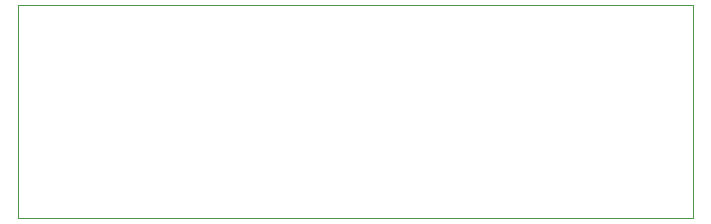
<source format=gbr>
G04 #@! TF.GenerationSoftware,KiCad,Pcbnew,(5.1.6)-1*
G04 #@! TF.CreationDate,2021-02-18T21:14:00+09:00*
G04 #@! TF.ProjectId,guardianCam_Wifi,67756172-6469-4616-9e43-616d5f576966,rev?*
G04 #@! TF.SameCoordinates,Original*
G04 #@! TF.FileFunction,Profile,NP*
%FSLAX46Y46*%
G04 Gerber Fmt 4.6, Leading zero omitted, Abs format (unit mm)*
G04 Created by KiCad (PCBNEW (5.1.6)-1) date 2021-02-18 21:14:00*
%MOMM*%
%LPD*%
G01*
G04 APERTURE LIST*
G04 #@! TA.AperFunction,Profile*
%ADD10C,0.100000*%
G04 #@! TD*
G04 APERTURE END LIST*
D10*
X81000000Y-101250000D02*
X81000000Y-83250000D01*
X81000000Y-101250000D02*
X138210000Y-101250000D01*
X138210000Y-101250000D02*
X138210000Y-83250000D01*
X81000000Y-83250000D02*
X138210000Y-83250000D01*
M02*

</source>
